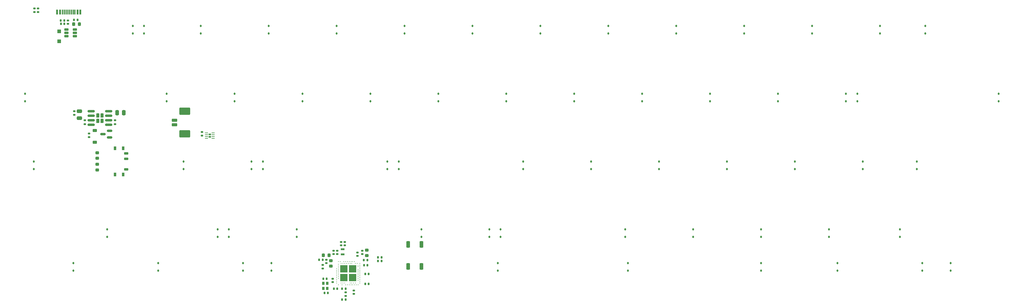
<source format=gbp>
G04 #@! TF.GenerationSoftware,KiCad,Pcbnew,7.0.5*
G04 #@! TF.CreationDate,2023-07-26T01:46:33+09:00*
G04 #@! TF.ProjectId,Hotp4ck60,486f7470-3463-46b3-9630-2e6b69636164,rev?*
G04 #@! TF.SameCoordinates,Original*
G04 #@! TF.FileFunction,Paste,Bot*
G04 #@! TF.FilePolarity,Positive*
%FSLAX46Y46*%
G04 Gerber Fmt 4.6, Leading zero omitted, Abs format (unit mm)*
G04 Created by KiCad (PCBNEW 7.0.5) date 2023-07-26 01:46:33*
%MOMM*%
%LPD*%
G01*
G04 APERTURE LIST*
G04 Aperture macros list*
%AMRoundRect*
0 Rectangle with rounded corners*
0 $1 Rounding radius*
0 $2 $3 $4 $5 $6 $7 $8 $9 X,Y pos of 4 corners*
0 Add a 4 corners polygon primitive as box body*
4,1,4,$2,$3,$4,$5,$6,$7,$8,$9,$2,$3,0*
0 Add four circle primitives for the rounded corners*
1,1,$1+$1,$2,$3*
1,1,$1+$1,$4,$5*
1,1,$1+$1,$6,$7*
1,1,$1+$1,$8,$9*
0 Add four rect primitives between the rounded corners*
20,1,$1+$1,$2,$3,$4,$5,0*
20,1,$1+$1,$4,$5,$6,$7,0*
20,1,$1+$1,$6,$7,$8,$9,0*
20,1,$1+$1,$8,$9,$2,$3,0*%
G04 Aperture macros list end*
%ADD10RoundRect,0.090000X0.535000X-0.210000X0.535000X0.210000X-0.535000X0.210000X-0.535000X-0.210000X0*%
%ADD11RoundRect,0.105000X-0.245000X-0.445000X0.245000X-0.445000X0.245000X0.445000X-0.245000X0.445000X0*%
%ADD12RoundRect,0.112500X0.112500X-0.187500X0.112500X0.187500X-0.112500X0.187500X-0.112500X-0.187500X0*%
%ADD13RoundRect,0.140000X-0.170000X0.140000X-0.170000X-0.140000X0.170000X-0.140000X0.170000X0.140000X0*%
%ADD14R,0.800000X0.900000*%
%ADD15RoundRect,0.112500X-0.112500X0.187500X-0.112500X-0.187500X0.112500X-0.187500X0.112500X0.187500X0*%
%ADD16RoundRect,0.140000X0.170000X-0.140000X0.170000X0.140000X-0.170000X0.140000X-0.170000X-0.140000X0*%
%ADD17RoundRect,0.275000X0.275000X-0.625000X0.275000X0.625000X-0.275000X0.625000X-0.275000X-0.625000X0*%
%ADD18RoundRect,0.135000X-0.185000X0.135000X-0.185000X-0.135000X0.185000X-0.135000X0.185000X0.135000X0*%
%ADD19R,2.000000X2.000000*%
%ADD20C,0.250000*%
%ADD21RoundRect,0.147500X-0.172500X0.147500X-0.172500X-0.147500X0.172500X-0.147500X0.172500X0.147500X0*%
%ADD22RoundRect,0.225000X0.375000X-0.225000X0.375000X0.225000X-0.375000X0.225000X-0.375000X-0.225000X0*%
%ADD23R,1.100000X0.600000*%
%ADD24RoundRect,0.135000X-0.135000X-0.185000X0.135000X-0.185000X0.135000X0.185000X-0.135000X0.185000X0*%
%ADD25RoundRect,0.140000X-0.140000X-0.170000X0.140000X-0.170000X0.140000X0.170000X-0.140000X0.170000X0*%
%ADD26RoundRect,0.147500X0.172500X-0.147500X0.172500X0.147500X-0.172500X0.147500X-0.172500X-0.147500X0*%
%ADD27RoundRect,0.135000X0.185000X-0.135000X0.185000X0.135000X-0.185000X0.135000X-0.185000X-0.135000X0*%
%ADD28RoundRect,0.147500X0.147500X0.172500X-0.147500X0.172500X-0.147500X-0.172500X0.147500X-0.172500X0*%
%ADD29RoundRect,0.225000X-0.250000X0.225000X-0.250000X-0.225000X0.250000X-0.225000X0.250000X0.225000X0*%
%ADD30RoundRect,0.140000X0.140000X0.170000X-0.140000X0.170000X-0.140000X-0.170000X0.140000X-0.170000X0*%
%ADD31RoundRect,0.218750X-0.256250X0.218750X-0.256250X-0.218750X0.256250X-0.218750X0.256250X0.218750X0*%
%ADD32RoundRect,0.150000X0.587500X0.150000X-0.587500X0.150000X-0.587500X-0.150000X0.587500X-0.150000X0*%
%ADD33RoundRect,0.218750X0.256250X-0.218750X0.256250X0.218750X-0.256250X0.218750X-0.256250X-0.218750X0*%
%ADD34RoundRect,0.200000X-0.600000X0.200000X-0.600000X-0.200000X0.600000X-0.200000X0.600000X0.200000X0*%
%ADD35RoundRect,0.250001X-1.249999X0.799999X-1.249999X-0.799999X1.249999X-0.799999X1.249999X0.799999X0*%
%ADD36RoundRect,0.070000X-0.070000X-0.190000X0.070000X-0.190000X0.070000X0.190000X-0.070000X0.190000X0*%
%ADD37RoundRect,0.062500X-0.325000X-0.062500X0.325000X-0.062500X0.325000X0.062500X-0.325000X0.062500X0*%
%ADD38RoundRect,0.218750X0.218750X0.256250X-0.218750X0.256250X-0.218750X-0.256250X0.218750X-0.256250X0*%
%ADD39RoundRect,0.150000X-0.475000X-0.150000X0.475000X-0.150000X0.475000X0.150000X-0.475000X0.150000X0*%
%ADD40RoundRect,0.250000X-0.250000X-0.475000X0.250000X-0.475000X0.250000X0.475000X-0.250000X0.475000X0*%
%ADD41RoundRect,0.250000X-0.475000X0.250000X-0.475000X-0.250000X0.475000X-0.250000X0.475000X0.250000X0*%
%ADD42RoundRect,0.147500X-0.147500X-0.172500X0.147500X-0.172500X0.147500X0.172500X-0.147500X0.172500X0*%
%ADD43R,0.600000X1.450000*%
%ADD44R,0.300000X1.450000*%
%ADD45RoundRect,0.250000X-0.300000X0.300000X-0.300000X-0.300000X0.300000X-0.300000X0.300000X0.300000X0*%
%ADD46RoundRect,0.218750X-0.218750X-0.256250X0.218750X-0.256250X0.218750X0.256250X-0.218750X0.256250X0*%
%ADD47RoundRect,0.230000X-0.230000X-0.375000X0.230000X-0.375000X0.230000X0.375000X-0.230000X0.375000X0*%
%ADD48RoundRect,0.150000X-0.825000X-0.150000X0.825000X-0.150000X0.825000X0.150000X-0.825000X0.150000X0*%
G04 APERTURE END LIST*
D10*
X106120000Y-137710000D03*
X106120000Y-134710000D03*
X106120000Y-133210000D03*
D11*
X105270000Y-131760000D03*
X102970000Y-131760000D03*
X105270000Y-139160000D03*
X102970000Y-139160000D03*
D12*
X317500000Y-99475000D03*
X317500000Y-97375000D03*
D13*
X164010000Y-168420000D03*
X164010000Y-169380000D03*
D12*
X211137500Y-156625000D03*
X211137500Y-154525000D03*
X141287500Y-137575000D03*
X141287500Y-135475000D03*
X265112500Y-156625000D03*
X265112500Y-154525000D03*
D14*
X161440000Y-171120000D03*
X161440000Y-169720000D03*
X162540000Y-169720000D03*
X162540000Y-171120000D03*
D15*
X210343750Y-164050000D03*
X210343750Y-166150000D03*
D16*
X165290000Y-161480000D03*
X165290000Y-160520000D03*
D12*
X312737500Y-137575000D03*
X312737500Y-135475000D03*
D17*
X188890000Y-164940000D03*
X188890000Y-158740000D03*
X185190000Y-164940000D03*
X185190000Y-158740000D03*
D12*
X131762500Y-156625000D03*
X131762500Y-154525000D03*
X231775000Y-118525000D03*
X231775000Y-116425000D03*
D18*
X80370000Y-92440000D03*
X80370000Y-93460000D03*
D15*
X146843750Y-164050000D03*
X146843750Y-166150000D03*
X329406250Y-164050000D03*
X329406250Y-166150000D03*
D16*
X167380000Y-159030000D03*
X167380000Y-158070000D03*
D19*
X169612500Y-165627500D03*
X167187500Y-165627500D03*
X169612500Y-168052500D03*
X167187500Y-168052500D03*
D20*
X165150000Y-165590000D03*
X165150000Y-166090000D03*
X165150000Y-166590000D03*
X165150000Y-167090000D03*
X165150000Y-167590000D03*
X165150000Y-168090000D03*
X165150000Y-168590000D03*
X165150000Y-169090000D03*
X165150000Y-169590000D03*
X170650000Y-170090000D03*
X170900000Y-164090000D03*
X171150000Y-164840000D03*
X171150000Y-165840000D03*
X171150000Y-166340000D03*
X171150000Y-166840000D03*
X171150000Y-167340000D03*
X171150000Y-167840000D03*
X171150000Y-168340000D03*
X171150000Y-168840000D03*
X171150000Y-170090000D03*
X171650000Y-164090000D03*
X171650000Y-164590000D03*
X171650000Y-165090000D03*
X171650000Y-165590000D03*
X171650000Y-166090000D03*
X171650000Y-166590000D03*
X171650000Y-167090000D03*
X171650000Y-167590000D03*
X171650000Y-168090000D03*
X171650000Y-168590000D03*
X171650000Y-169090000D03*
X171650000Y-169590000D03*
X165650000Y-163590000D03*
X165650000Y-164340000D03*
X165650000Y-164840000D03*
X165650000Y-165340000D03*
X165650000Y-165840000D03*
X165650000Y-166340000D03*
X165650000Y-166840000D03*
X165650000Y-167340000D03*
X165650000Y-167840000D03*
X165650000Y-168340000D03*
X165650000Y-170090000D03*
X166150000Y-163590000D03*
X166400000Y-164090000D03*
X166400000Y-169590000D03*
X166650000Y-170090000D03*
X166900000Y-164090000D03*
X166900000Y-169590000D03*
X167150000Y-163590000D03*
X167400000Y-164090000D03*
X167400000Y-169590000D03*
X167650000Y-163590000D03*
X167650000Y-170090000D03*
X167900000Y-164090000D03*
X168150000Y-163590000D03*
X168150000Y-170090000D03*
X168400000Y-164090000D03*
X168650000Y-163590000D03*
X168650000Y-170090000D03*
X168900000Y-164090000D03*
X168900000Y-169590000D03*
X169150000Y-163590000D03*
X169150000Y-170090000D03*
X169400000Y-164090000D03*
X169400000Y-169590000D03*
X169650000Y-163590000D03*
X169650000Y-170090000D03*
X169900000Y-169590000D03*
X170150000Y-163590000D03*
X170150000Y-170090000D03*
X170400000Y-164090000D03*
X170400000Y-169590000D03*
D21*
X89740000Y-95845000D03*
X89740000Y-96815000D03*
D12*
X146050000Y-99475000D03*
X146050000Y-97375000D03*
D22*
X97350000Y-130080000D03*
X97350000Y-126780000D03*
D12*
X288925000Y-118525000D03*
X288925000Y-116425000D03*
D15*
X337343750Y-164050000D03*
X337343750Y-166150000D03*
D23*
X166830000Y-161540000D03*
X166830000Y-160140000D03*
D13*
X169930000Y-171690000D03*
X169930000Y-172650000D03*
D12*
X236537500Y-137575000D03*
X236537500Y-135475000D03*
X153987500Y-156625000D03*
X153987500Y-154525000D03*
D18*
X81430000Y-92440000D03*
X81430000Y-93460000D03*
D12*
X184150000Y-99475000D03*
X184150000Y-97375000D03*
X174625000Y-118525000D03*
X174625000Y-116425000D03*
D24*
X87760000Y-95830000D03*
X88780000Y-95830000D03*
D12*
X311150000Y-118525000D03*
X311150000Y-116425000D03*
D16*
X166370000Y-159030000D03*
X166370000Y-158070000D03*
D25*
X173180000Y-167090000D03*
X174140000Y-167090000D03*
D12*
X293687500Y-137575000D03*
X293687500Y-135475000D03*
X327818750Y-137575000D03*
X327818750Y-135475000D03*
D26*
X167630000Y-173235000D03*
X167630000Y-172265000D03*
D12*
X155575000Y-118525000D03*
X155575000Y-116425000D03*
D15*
X246856250Y-164050000D03*
X246856250Y-166150000D03*
X115093750Y-164050000D03*
X115093750Y-166150000D03*
D16*
X127390000Y-128180000D03*
X127390000Y-127220000D03*
D25*
X172820000Y-164610000D03*
X173780000Y-164610000D03*
D12*
X307975000Y-118525000D03*
X307975000Y-116425000D03*
X193675000Y-118525000D03*
X193675000Y-116425000D03*
D25*
X172790000Y-163200000D03*
X173750000Y-163200000D03*
D18*
X94500000Y-123925000D03*
X94500000Y-124945000D03*
D12*
X100806250Y-156625000D03*
X100806250Y-154525000D03*
X323080000Y-156625000D03*
X323080000Y-154525000D03*
D27*
X103020000Y-124945000D03*
X103020000Y-123925000D03*
D16*
X164280000Y-161490000D03*
X164280000Y-160530000D03*
D28*
X92460000Y-95670000D03*
X91490000Y-95670000D03*
D12*
X222250000Y-99475000D03*
X222250000Y-97375000D03*
X179387500Y-137575000D03*
X179387500Y-135475000D03*
X260350000Y-99475000D03*
X260350000Y-97375000D03*
D15*
X91281250Y-164050000D03*
X91281250Y-166150000D03*
D18*
X95730000Y-127630000D03*
X95730000Y-128650000D03*
D29*
X163530000Y-163345000D03*
X163530000Y-164895000D03*
D12*
X241300000Y-99475000D03*
X241300000Y-97375000D03*
X77787500Y-118525000D03*
X77787500Y-116425000D03*
D30*
X162680000Y-172420000D03*
X161720000Y-172420000D03*
D31*
X97980000Y-133012500D03*
X97980000Y-134587500D03*
D32*
X101437500Y-126830000D03*
X101437500Y-128730000D03*
X99562500Y-127780000D03*
D12*
X284162500Y-156625000D03*
X284162500Y-154525000D03*
D33*
X173620000Y-161907500D03*
X173620000Y-160332500D03*
D12*
X298450000Y-99475000D03*
X298450000Y-97375000D03*
X274637500Y-137575000D03*
X274637500Y-135475000D03*
X212725000Y-118525000D03*
X212725000Y-116425000D03*
D25*
X87790000Y-96820000D03*
X88750000Y-96820000D03*
D12*
X188912500Y-156625000D03*
X188912500Y-154525000D03*
D34*
X119680000Y-123915000D03*
X119680000Y-125165000D03*
D35*
X122580000Y-121365000D03*
X122580000Y-127715000D03*
D24*
X176720000Y-162380000D03*
X177740000Y-162380000D03*
D12*
X350837500Y-118525000D03*
X350837500Y-116425000D03*
D13*
X162230000Y-163070000D03*
X162230000Y-164030000D03*
D25*
X166670000Y-174260000D03*
X167630000Y-174260000D03*
D12*
X203200000Y-99475000D03*
X203200000Y-97375000D03*
X246062500Y-156625000D03*
X246062500Y-154525000D03*
X217487500Y-137575000D03*
X217487500Y-135475000D03*
D36*
X129395000Y-127855000D03*
X129395000Y-128505000D03*
X129745000Y-127855000D03*
X129745000Y-128505000D03*
D37*
X128607500Y-128930000D03*
X128607500Y-128430000D03*
X128607500Y-127930000D03*
X128607500Y-127430000D03*
X130532500Y-127430000D03*
X130532500Y-127930000D03*
X130532500Y-128430000D03*
X130532500Y-128930000D03*
D25*
X166670000Y-171240000D03*
X167630000Y-171240000D03*
D16*
X170980000Y-162000000D03*
X170980000Y-161040000D03*
D13*
X91570000Y-121380000D03*
X91570000Y-122340000D03*
D16*
X172340000Y-161470000D03*
X172340000Y-160510000D03*
D12*
X111125000Y-99475000D03*
X111125000Y-97375000D03*
X165100000Y-99475000D03*
X165100000Y-97375000D03*
X134937500Y-156625000D03*
X134937500Y-154525000D03*
X269875000Y-118525000D03*
X269875000Y-116425000D03*
X117475000Y-118525000D03*
X117475000Y-116425000D03*
X136525000Y-118525000D03*
X136525000Y-116425000D03*
D15*
X305593750Y-164050000D03*
X305593750Y-166150000D03*
D12*
X80168750Y-137575000D03*
X80168750Y-135475000D03*
X250825000Y-118525000D03*
X250825000Y-116425000D03*
D38*
X162987500Y-161790000D03*
X161412500Y-161790000D03*
D39*
X89345000Y-100260000D03*
X89345000Y-99310000D03*
X89345000Y-98360000D03*
X91695000Y-98360000D03*
X91695000Y-99310000D03*
X91695000Y-100260000D03*
D31*
X97980000Y-136262500D03*
X97980000Y-137837500D03*
D40*
X103570000Y-121800000D03*
X105470000Y-121800000D03*
D27*
X161200000Y-165530000D03*
X161200000Y-164510000D03*
D12*
X279400000Y-99475000D03*
X279400000Y-97375000D03*
D41*
X93010000Y-121385000D03*
X93010000Y-123285000D03*
D42*
X160245000Y-163070000D03*
X161215000Y-163070000D03*
D43*
X86760000Y-93510000D03*
X87560000Y-93510000D03*
D44*
X88760000Y-93510000D03*
X89760000Y-93510000D03*
X90260000Y-93510000D03*
X91260000Y-93510000D03*
D43*
X92460000Y-93510000D03*
X93260000Y-93510000D03*
X93260000Y-93510000D03*
X92460000Y-93510000D03*
D44*
X91760000Y-93510000D03*
X90760000Y-93510000D03*
X89260000Y-93510000D03*
X88260000Y-93510000D03*
D43*
X87560000Y-93510000D03*
X86760000Y-93510000D03*
D15*
X138906250Y-164050000D03*
X138906250Y-166150000D03*
D45*
X87320000Y-98932500D03*
X87320000Y-101732500D03*
D24*
X176720000Y-163410000D03*
X177740000Y-163410000D03*
D12*
X107950000Y-99475000D03*
X107950000Y-97375000D03*
X207962500Y-156625000D03*
X207962500Y-154525000D03*
X255587500Y-137575000D03*
X255587500Y-135475000D03*
D30*
X165320000Y-171230000D03*
X164360000Y-171230000D03*
D12*
X182562500Y-137575000D03*
X182562500Y-135475000D03*
X303212500Y-156625000D03*
X303212500Y-154525000D03*
X122237500Y-137575000D03*
X122237500Y-135475000D03*
D46*
X91402500Y-96880000D03*
X92977500Y-96880000D03*
D25*
X173180000Y-169890000D03*
X174140000Y-169890000D03*
D47*
X98160000Y-122540000D03*
X98160000Y-124040000D03*
X99300000Y-122540000D03*
X99300000Y-124040000D03*
D48*
X96255000Y-125195000D03*
X96255000Y-123925000D03*
X96255000Y-122655000D03*
X96255000Y-121385000D03*
X101205000Y-121385000D03*
X101205000Y-122655000D03*
X101205000Y-123925000D03*
X101205000Y-125195000D03*
D15*
X284162500Y-164050000D03*
X284162500Y-166150000D03*
D12*
X330200000Y-99475000D03*
X330200000Y-97375000D03*
X144462500Y-137575000D03*
X144462500Y-135475000D03*
X127000000Y-99475000D03*
X127000000Y-97375000D03*
D30*
X162340000Y-168420000D03*
X161380000Y-168420000D03*
M02*

</source>
